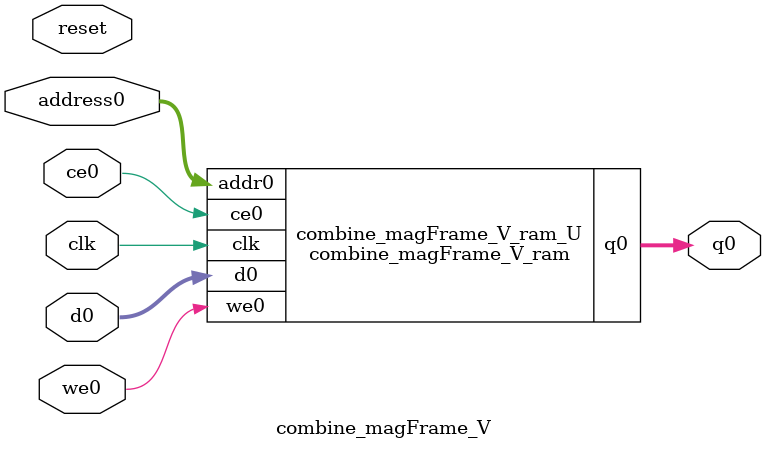
<source format=v>

`timescale 1 ns / 1 ps
module combine_magFrame_V_ram (addr0, ce0, d0, we0, q0,  clk);

parameter DWIDTH = 32;
parameter AWIDTH = 10;
parameter MEM_SIZE = 1024;

input[AWIDTH-1:0] addr0;
input ce0;
input[DWIDTH-1:0] d0;
input we0;
output reg[DWIDTH-1:0] q0;
input clk;

(* ram_style = "block" *)reg [DWIDTH-1:0] ram[MEM_SIZE-1:0];




always @(posedge clk)  
begin 
    if (ce0) 
    begin
        if (we0) 
        begin 
            ram[addr0] <= d0; 
            q0 <= d0;
        end 
        else 
            q0 <= ram[addr0];
    end
end


endmodule


`timescale 1 ns / 1 ps
module combine_magFrame_V(
    reset,
    clk,
    address0,
    ce0,
    we0,
    d0,
    q0);

parameter DataWidth = 32'd32;
parameter AddressRange = 32'd1024;
parameter AddressWidth = 32'd10;
input reset;
input clk;
input[AddressWidth - 1:0] address0;
input ce0;
input we0;
input[DataWidth - 1:0] d0;
output[DataWidth - 1:0] q0;




combine_magFrame_V_ram combine_magFrame_V_ram_U(
    .clk( clk ),
    .addr0( address0 ),
    .ce0( ce0 ),
    .d0( d0 ),
    .we0( we0 ),
    .q0( q0 ));

endmodule


</source>
